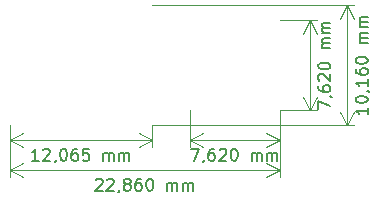
<source format=gbr>
%TF.GenerationSoftware,KiCad,Pcbnew,5.1.4-3.fc31*%
%TF.CreationDate,2019-11-21T06:36:37+01:00*%
%TF.ProjectId,microUSB-to-pcb-power-adapter,6d696372-6f55-4534-922d-746f2d706362,0.5*%
%TF.SameCoordinates,Original*%
%TF.FileFunction,Other,Comment*%
%FSLAX46Y46*%
G04 Gerber Fmt 4.6, Leading zero omitted, Abs format (unit mm)*
G04 Created by KiCad (PCBNEW 5.1.4-3.fc31) date 2019-11-21 06:36:37*
%MOMM*%
%LPD*%
G04 APERTURE LIST*
%ADD10C,0.150000*%
%ADD11C,0.120000*%
G04 APERTURE END LIST*
D10*
X134437380Y-92471428D02*
X134437380Y-93042857D01*
X134437380Y-92757142D02*
X133437380Y-92757142D01*
X133580238Y-92852380D01*
X133675476Y-92947619D01*
X133723095Y-93042857D01*
X133437380Y-91852380D02*
X133437380Y-91757142D01*
X133485000Y-91661904D01*
X133532619Y-91614285D01*
X133627857Y-91566666D01*
X133818333Y-91519047D01*
X134056428Y-91519047D01*
X134246904Y-91566666D01*
X134342142Y-91614285D01*
X134389761Y-91661904D01*
X134437380Y-91757142D01*
X134437380Y-91852380D01*
X134389761Y-91947619D01*
X134342142Y-91995238D01*
X134246904Y-92042857D01*
X134056428Y-92090476D01*
X133818333Y-92090476D01*
X133627857Y-92042857D01*
X133532619Y-91995238D01*
X133485000Y-91947619D01*
X133437380Y-91852380D01*
X134389761Y-91042857D02*
X134437380Y-91042857D01*
X134532619Y-91090476D01*
X134580238Y-91138095D01*
X134437380Y-90090476D02*
X134437380Y-90661904D01*
X134437380Y-90376190D02*
X133437380Y-90376190D01*
X133580238Y-90471428D01*
X133675476Y-90566666D01*
X133723095Y-90661904D01*
X133437380Y-89233333D02*
X133437380Y-89423809D01*
X133485000Y-89519047D01*
X133532619Y-89566666D01*
X133675476Y-89661904D01*
X133865952Y-89709523D01*
X134246904Y-89709523D01*
X134342142Y-89661904D01*
X134389761Y-89614285D01*
X134437380Y-89519047D01*
X134437380Y-89328571D01*
X134389761Y-89233333D01*
X134342142Y-89185714D01*
X134246904Y-89138095D01*
X134008809Y-89138095D01*
X133913571Y-89185714D01*
X133865952Y-89233333D01*
X133818333Y-89328571D01*
X133818333Y-89519047D01*
X133865952Y-89614285D01*
X133913571Y-89661904D01*
X134008809Y-89709523D01*
X133437380Y-88519047D02*
X133437380Y-88423809D01*
X133485000Y-88328571D01*
X133532619Y-88280952D01*
X133627857Y-88233333D01*
X133818333Y-88185714D01*
X134056428Y-88185714D01*
X134246904Y-88233333D01*
X134342142Y-88280952D01*
X134389761Y-88328571D01*
X134437380Y-88423809D01*
X134437380Y-88519047D01*
X134389761Y-88614285D01*
X134342142Y-88661904D01*
X134246904Y-88709523D01*
X134056428Y-88757142D01*
X133818333Y-88757142D01*
X133627857Y-88709523D01*
X133532619Y-88661904D01*
X133485000Y-88614285D01*
X133437380Y-88519047D01*
X134437380Y-86995238D02*
X133770714Y-86995238D01*
X133865952Y-86995238D02*
X133818333Y-86947619D01*
X133770714Y-86852380D01*
X133770714Y-86709523D01*
X133818333Y-86614285D01*
X133913571Y-86566666D01*
X134437380Y-86566666D01*
X133913571Y-86566666D02*
X133818333Y-86519047D01*
X133770714Y-86423809D01*
X133770714Y-86280952D01*
X133818333Y-86185714D01*
X133913571Y-86138095D01*
X134437380Y-86138095D01*
X134437380Y-85661904D02*
X133770714Y-85661904D01*
X133865952Y-85661904D02*
X133818333Y-85614285D01*
X133770714Y-85519047D01*
X133770714Y-85376190D01*
X133818333Y-85280952D01*
X133913571Y-85233333D01*
X134437380Y-85233333D01*
X133913571Y-85233333D02*
X133818333Y-85185714D01*
X133770714Y-85090476D01*
X133770714Y-84947619D01*
X133818333Y-84852380D01*
X133913571Y-84804761D01*
X134437380Y-84804761D01*
D11*
X132715000Y-93980000D02*
X132715000Y-83820000D01*
X116205000Y-93980000D02*
X133301421Y-93980000D01*
X116205000Y-83820000D02*
X133301421Y-83820000D01*
X132715000Y-83820000D02*
X133301421Y-84946504D01*
X132715000Y-83820000D02*
X132128579Y-84946504D01*
X132715000Y-93980000D02*
X133301421Y-92853496D01*
X132715000Y-93980000D02*
X132128579Y-92853496D01*
D10*
X130262380Y-92614285D02*
X130262380Y-91947619D01*
X131262380Y-92376190D01*
X131214761Y-91519047D02*
X131262380Y-91519047D01*
X131357619Y-91566666D01*
X131405238Y-91614285D01*
X130262380Y-90661904D02*
X130262380Y-90852380D01*
X130310000Y-90947619D01*
X130357619Y-90995238D01*
X130500476Y-91090476D01*
X130690952Y-91138095D01*
X131071904Y-91138095D01*
X131167142Y-91090476D01*
X131214761Y-91042857D01*
X131262380Y-90947619D01*
X131262380Y-90757142D01*
X131214761Y-90661904D01*
X131167142Y-90614285D01*
X131071904Y-90566666D01*
X130833809Y-90566666D01*
X130738571Y-90614285D01*
X130690952Y-90661904D01*
X130643333Y-90757142D01*
X130643333Y-90947619D01*
X130690952Y-91042857D01*
X130738571Y-91090476D01*
X130833809Y-91138095D01*
X130357619Y-90185714D02*
X130310000Y-90138095D01*
X130262380Y-90042857D01*
X130262380Y-89804761D01*
X130310000Y-89709523D01*
X130357619Y-89661904D01*
X130452857Y-89614285D01*
X130548095Y-89614285D01*
X130690952Y-89661904D01*
X131262380Y-90233333D01*
X131262380Y-89614285D01*
X130262380Y-88995238D02*
X130262380Y-88900000D01*
X130310000Y-88804761D01*
X130357619Y-88757142D01*
X130452857Y-88709523D01*
X130643333Y-88661904D01*
X130881428Y-88661904D01*
X131071904Y-88709523D01*
X131167142Y-88757142D01*
X131214761Y-88804761D01*
X131262380Y-88900000D01*
X131262380Y-88995238D01*
X131214761Y-89090476D01*
X131167142Y-89138095D01*
X131071904Y-89185714D01*
X130881428Y-89233333D01*
X130643333Y-89233333D01*
X130452857Y-89185714D01*
X130357619Y-89138095D01*
X130310000Y-89090476D01*
X130262380Y-88995238D01*
X131262380Y-87471428D02*
X130595714Y-87471428D01*
X130690952Y-87471428D02*
X130643333Y-87423809D01*
X130595714Y-87328571D01*
X130595714Y-87185714D01*
X130643333Y-87090476D01*
X130738571Y-87042857D01*
X131262380Y-87042857D01*
X130738571Y-87042857D02*
X130643333Y-86995238D01*
X130595714Y-86900000D01*
X130595714Y-86757142D01*
X130643333Y-86661904D01*
X130738571Y-86614285D01*
X131262380Y-86614285D01*
X131262380Y-86138095D02*
X130595714Y-86138095D01*
X130690952Y-86138095D02*
X130643333Y-86090476D01*
X130595714Y-85995238D01*
X130595714Y-85852380D01*
X130643333Y-85757142D01*
X130738571Y-85709523D01*
X131262380Y-85709523D01*
X130738571Y-85709523D02*
X130643333Y-85661904D01*
X130595714Y-85566666D01*
X130595714Y-85423809D01*
X130643333Y-85328571D01*
X130738571Y-85280952D01*
X131262380Y-85280952D01*
D11*
X129540000Y-92710000D02*
X129540000Y-85090000D01*
X127000000Y-92710000D02*
X130126421Y-92710000D01*
X127000000Y-85090000D02*
X130126421Y-85090000D01*
X129540000Y-85090000D02*
X130126421Y-86216504D01*
X129540000Y-85090000D02*
X128953579Y-86216504D01*
X129540000Y-92710000D02*
X130126421Y-91583496D01*
X129540000Y-92710000D02*
X128953579Y-91583496D01*
D10*
X106601071Y-96972380D02*
X106029642Y-96972380D01*
X106315357Y-96972380D02*
X106315357Y-95972380D01*
X106220119Y-96115238D01*
X106124880Y-96210476D01*
X106029642Y-96258095D01*
X106982023Y-96067619D02*
X107029642Y-96020000D01*
X107124880Y-95972380D01*
X107362976Y-95972380D01*
X107458214Y-96020000D01*
X107505833Y-96067619D01*
X107553452Y-96162857D01*
X107553452Y-96258095D01*
X107505833Y-96400952D01*
X106934404Y-96972380D01*
X107553452Y-96972380D01*
X108029642Y-96924761D02*
X108029642Y-96972380D01*
X107982023Y-97067619D01*
X107934404Y-97115238D01*
X108648690Y-95972380D02*
X108743928Y-95972380D01*
X108839166Y-96020000D01*
X108886785Y-96067619D01*
X108934404Y-96162857D01*
X108982023Y-96353333D01*
X108982023Y-96591428D01*
X108934404Y-96781904D01*
X108886785Y-96877142D01*
X108839166Y-96924761D01*
X108743928Y-96972380D01*
X108648690Y-96972380D01*
X108553452Y-96924761D01*
X108505833Y-96877142D01*
X108458214Y-96781904D01*
X108410595Y-96591428D01*
X108410595Y-96353333D01*
X108458214Y-96162857D01*
X108505833Y-96067619D01*
X108553452Y-96020000D01*
X108648690Y-95972380D01*
X109839166Y-95972380D02*
X109648690Y-95972380D01*
X109553452Y-96020000D01*
X109505833Y-96067619D01*
X109410595Y-96210476D01*
X109362976Y-96400952D01*
X109362976Y-96781904D01*
X109410595Y-96877142D01*
X109458214Y-96924761D01*
X109553452Y-96972380D01*
X109743928Y-96972380D01*
X109839166Y-96924761D01*
X109886785Y-96877142D01*
X109934404Y-96781904D01*
X109934404Y-96543809D01*
X109886785Y-96448571D01*
X109839166Y-96400952D01*
X109743928Y-96353333D01*
X109553452Y-96353333D01*
X109458214Y-96400952D01*
X109410595Y-96448571D01*
X109362976Y-96543809D01*
X110839166Y-95972380D02*
X110362976Y-95972380D01*
X110315357Y-96448571D01*
X110362976Y-96400952D01*
X110458214Y-96353333D01*
X110696309Y-96353333D01*
X110791547Y-96400952D01*
X110839166Y-96448571D01*
X110886785Y-96543809D01*
X110886785Y-96781904D01*
X110839166Y-96877142D01*
X110791547Y-96924761D01*
X110696309Y-96972380D01*
X110458214Y-96972380D01*
X110362976Y-96924761D01*
X110315357Y-96877142D01*
X112077261Y-96972380D02*
X112077261Y-96305714D01*
X112077261Y-96400952D02*
X112124880Y-96353333D01*
X112220119Y-96305714D01*
X112362976Y-96305714D01*
X112458214Y-96353333D01*
X112505833Y-96448571D01*
X112505833Y-96972380D01*
X112505833Y-96448571D02*
X112553452Y-96353333D01*
X112648690Y-96305714D01*
X112791547Y-96305714D01*
X112886785Y-96353333D01*
X112934404Y-96448571D01*
X112934404Y-96972380D01*
X113410595Y-96972380D02*
X113410595Y-96305714D01*
X113410595Y-96400952D02*
X113458214Y-96353333D01*
X113553452Y-96305714D01*
X113696309Y-96305714D01*
X113791547Y-96353333D01*
X113839166Y-96448571D01*
X113839166Y-96972380D01*
X113839166Y-96448571D02*
X113886785Y-96353333D01*
X113982023Y-96305714D01*
X114124880Y-96305714D01*
X114220119Y-96353333D01*
X114267738Y-96448571D01*
X114267738Y-96972380D01*
D11*
X104140000Y-95250000D02*
X116205000Y-95250000D01*
X104140000Y-93980000D02*
X104140000Y-95836421D01*
X116205000Y-93980000D02*
X116205000Y-95836421D01*
X116205000Y-95250000D02*
X115078496Y-95836421D01*
X116205000Y-95250000D02*
X115078496Y-94663579D01*
X104140000Y-95250000D02*
X105266504Y-95836421D01*
X104140000Y-95250000D02*
X105266504Y-94663579D01*
D10*
X119475714Y-95972380D02*
X120142380Y-95972380D01*
X119713809Y-96972380D01*
X120570952Y-96924761D02*
X120570952Y-96972380D01*
X120523333Y-97067619D01*
X120475714Y-97115238D01*
X121428095Y-95972380D02*
X121237619Y-95972380D01*
X121142380Y-96020000D01*
X121094761Y-96067619D01*
X120999523Y-96210476D01*
X120951904Y-96400952D01*
X120951904Y-96781904D01*
X120999523Y-96877142D01*
X121047142Y-96924761D01*
X121142380Y-96972380D01*
X121332857Y-96972380D01*
X121428095Y-96924761D01*
X121475714Y-96877142D01*
X121523333Y-96781904D01*
X121523333Y-96543809D01*
X121475714Y-96448571D01*
X121428095Y-96400952D01*
X121332857Y-96353333D01*
X121142380Y-96353333D01*
X121047142Y-96400952D01*
X120999523Y-96448571D01*
X120951904Y-96543809D01*
X121904285Y-96067619D02*
X121951904Y-96020000D01*
X122047142Y-95972380D01*
X122285238Y-95972380D01*
X122380476Y-96020000D01*
X122428095Y-96067619D01*
X122475714Y-96162857D01*
X122475714Y-96258095D01*
X122428095Y-96400952D01*
X121856666Y-96972380D01*
X122475714Y-96972380D01*
X123094761Y-95972380D02*
X123190000Y-95972380D01*
X123285238Y-96020000D01*
X123332857Y-96067619D01*
X123380476Y-96162857D01*
X123428095Y-96353333D01*
X123428095Y-96591428D01*
X123380476Y-96781904D01*
X123332857Y-96877142D01*
X123285238Y-96924761D01*
X123190000Y-96972380D01*
X123094761Y-96972380D01*
X122999523Y-96924761D01*
X122951904Y-96877142D01*
X122904285Y-96781904D01*
X122856666Y-96591428D01*
X122856666Y-96353333D01*
X122904285Y-96162857D01*
X122951904Y-96067619D01*
X122999523Y-96020000D01*
X123094761Y-95972380D01*
X124618571Y-96972380D02*
X124618571Y-96305714D01*
X124618571Y-96400952D02*
X124666190Y-96353333D01*
X124761428Y-96305714D01*
X124904285Y-96305714D01*
X124999523Y-96353333D01*
X125047142Y-96448571D01*
X125047142Y-96972380D01*
X125047142Y-96448571D02*
X125094761Y-96353333D01*
X125190000Y-96305714D01*
X125332857Y-96305714D01*
X125428095Y-96353333D01*
X125475714Y-96448571D01*
X125475714Y-96972380D01*
X125951904Y-96972380D02*
X125951904Y-96305714D01*
X125951904Y-96400952D02*
X125999523Y-96353333D01*
X126094761Y-96305714D01*
X126237619Y-96305714D01*
X126332857Y-96353333D01*
X126380476Y-96448571D01*
X126380476Y-96972380D01*
X126380476Y-96448571D02*
X126428095Y-96353333D01*
X126523333Y-96305714D01*
X126666190Y-96305714D01*
X126761428Y-96353333D01*
X126809047Y-96448571D01*
X126809047Y-96972380D01*
D11*
X119380000Y-95250000D02*
X127000000Y-95250000D01*
X119380000Y-92710000D02*
X119380000Y-95836421D01*
X127000000Y-92710000D02*
X127000000Y-95836421D01*
X127000000Y-95250000D02*
X125873496Y-95836421D01*
X127000000Y-95250000D02*
X125873496Y-94663579D01*
X119380000Y-95250000D02*
X120506504Y-95836421D01*
X119380000Y-95250000D02*
X120506504Y-94663579D01*
D10*
X111427142Y-98607619D02*
X111474761Y-98560000D01*
X111570000Y-98512380D01*
X111808095Y-98512380D01*
X111903333Y-98560000D01*
X111950952Y-98607619D01*
X111998571Y-98702857D01*
X111998571Y-98798095D01*
X111950952Y-98940952D01*
X111379523Y-99512380D01*
X111998571Y-99512380D01*
X112379523Y-98607619D02*
X112427142Y-98560000D01*
X112522380Y-98512380D01*
X112760476Y-98512380D01*
X112855714Y-98560000D01*
X112903333Y-98607619D01*
X112950952Y-98702857D01*
X112950952Y-98798095D01*
X112903333Y-98940952D01*
X112331904Y-99512380D01*
X112950952Y-99512380D01*
X113427142Y-99464761D02*
X113427142Y-99512380D01*
X113379523Y-99607619D01*
X113331904Y-99655238D01*
X113998571Y-98940952D02*
X113903333Y-98893333D01*
X113855714Y-98845714D01*
X113808095Y-98750476D01*
X113808095Y-98702857D01*
X113855714Y-98607619D01*
X113903333Y-98560000D01*
X113998571Y-98512380D01*
X114189047Y-98512380D01*
X114284285Y-98560000D01*
X114331904Y-98607619D01*
X114379523Y-98702857D01*
X114379523Y-98750476D01*
X114331904Y-98845714D01*
X114284285Y-98893333D01*
X114189047Y-98940952D01*
X113998571Y-98940952D01*
X113903333Y-98988571D01*
X113855714Y-99036190D01*
X113808095Y-99131428D01*
X113808095Y-99321904D01*
X113855714Y-99417142D01*
X113903333Y-99464761D01*
X113998571Y-99512380D01*
X114189047Y-99512380D01*
X114284285Y-99464761D01*
X114331904Y-99417142D01*
X114379523Y-99321904D01*
X114379523Y-99131428D01*
X114331904Y-99036190D01*
X114284285Y-98988571D01*
X114189047Y-98940952D01*
X115236666Y-98512380D02*
X115046190Y-98512380D01*
X114950952Y-98560000D01*
X114903333Y-98607619D01*
X114808095Y-98750476D01*
X114760476Y-98940952D01*
X114760476Y-99321904D01*
X114808095Y-99417142D01*
X114855714Y-99464761D01*
X114950952Y-99512380D01*
X115141428Y-99512380D01*
X115236666Y-99464761D01*
X115284285Y-99417142D01*
X115331904Y-99321904D01*
X115331904Y-99083809D01*
X115284285Y-98988571D01*
X115236666Y-98940952D01*
X115141428Y-98893333D01*
X114950952Y-98893333D01*
X114855714Y-98940952D01*
X114808095Y-98988571D01*
X114760476Y-99083809D01*
X115950952Y-98512380D02*
X116046190Y-98512380D01*
X116141428Y-98560000D01*
X116189047Y-98607619D01*
X116236666Y-98702857D01*
X116284285Y-98893333D01*
X116284285Y-99131428D01*
X116236666Y-99321904D01*
X116189047Y-99417142D01*
X116141428Y-99464761D01*
X116046190Y-99512380D01*
X115950952Y-99512380D01*
X115855714Y-99464761D01*
X115808095Y-99417142D01*
X115760476Y-99321904D01*
X115712857Y-99131428D01*
X115712857Y-98893333D01*
X115760476Y-98702857D01*
X115808095Y-98607619D01*
X115855714Y-98560000D01*
X115950952Y-98512380D01*
X117474761Y-99512380D02*
X117474761Y-98845714D01*
X117474761Y-98940952D02*
X117522380Y-98893333D01*
X117617619Y-98845714D01*
X117760476Y-98845714D01*
X117855714Y-98893333D01*
X117903333Y-98988571D01*
X117903333Y-99512380D01*
X117903333Y-98988571D02*
X117950952Y-98893333D01*
X118046190Y-98845714D01*
X118189047Y-98845714D01*
X118284285Y-98893333D01*
X118331904Y-98988571D01*
X118331904Y-99512380D01*
X118808095Y-99512380D02*
X118808095Y-98845714D01*
X118808095Y-98940952D02*
X118855714Y-98893333D01*
X118950952Y-98845714D01*
X119093809Y-98845714D01*
X119189047Y-98893333D01*
X119236666Y-98988571D01*
X119236666Y-99512380D01*
X119236666Y-98988571D02*
X119284285Y-98893333D01*
X119379523Y-98845714D01*
X119522380Y-98845714D01*
X119617619Y-98893333D01*
X119665238Y-98988571D01*
X119665238Y-99512380D01*
D11*
X104140000Y-97790000D02*
X127000000Y-97790000D01*
X104140000Y-93980000D02*
X104140000Y-98376421D01*
X127000000Y-93980000D02*
X127000000Y-98376421D01*
X127000000Y-97790000D02*
X125873496Y-98376421D01*
X127000000Y-97790000D02*
X125873496Y-97203579D01*
X104140000Y-97790000D02*
X105266504Y-98376421D01*
X104140000Y-97790000D02*
X105266504Y-97203579D01*
M02*

</source>
